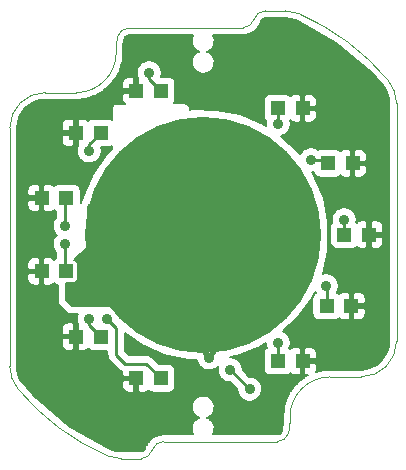
<source format=gbl>
%FSLAX46Y46*%
G04 Gerber Fmt 4.6, Leading zero omitted, Abs format (unit mm)*
G04 Created by KiCad (PCBNEW (2014-jul-16 BZR unknown)-product) date Fri 15 May 2015 05:11:27 PM EDT*
%MOMM*%
G01*
G04 APERTURE LIST*
%ADD10C,0.150000*%
%ADD11C,0.010000*%
%ADD12R,1.198880X1.198880*%
%ADD13C,20.000000*%
%ADD14C,0.889000*%
%ADD15C,0.254000*%
%ADD16C,0.203200*%
G04 APERTURE END LIST*
D10*
D11*
X-6279774Y17513859D02*
X3350000Y17513859D01*
X-7241037Y16789496D02*
G75*
G02X-6279774Y17513859I961263J-275638D01*
G74*
G01*
X-7356884Y15967105D02*
G75*
G02X-7241219Y16788858I2999998J-3246D01*
G74*
G01*
X-7356886Y15963859D02*
X-7356886Y15434116D01*
X-7356886Y15434116D02*
G75*
G02X-10756886Y12034116I-3400000J0D01*
G74*
G01*
X-10756886Y12034116D02*
X-13373666Y12034116D01*
X-16373661Y9039352D02*
G75*
G02X-13373666Y12034116I2999995J-5236D01*
G74*
G01*
X-16373667Y9034116D02*
X-16373667Y-11131265D01*
X-15681866Y-13047567D02*
G75*
G02X-16373667Y-11131265I2308197J1916302D01*
G74*
G01*
X-8143775Y-18703981D02*
G75*
G02X-15679470Y-13050448I8143775J18703983D01*
G74*
G01*
X-6924282Y-18963859D02*
G75*
G02X-8115544Y-18716248I2203J2999999D01*
G74*
G01*
X-6922082Y-18963860D02*
X-5272889Y-18963860D01*
X-4311626Y-18239497D02*
G75*
G02X-5272889Y-18963860I-961263J275638D01*
G74*
G01*
X-4311262Y-18238222D02*
G75*
G02X-3350000Y-17513859I961262J-275637D01*
G74*
G01*
X6279774Y-17513859D02*
X-3350000Y-17513859D01*
X7241037Y-16789496D02*
G75*
G02X6279774Y-17513859I-961263J275638D01*
G74*
G01*
X7356884Y-15967105D02*
G75*
G02X7241219Y-16788858I-2999998J3246D01*
G74*
G01*
X7356886Y-15963859D02*
X7356886Y-15434116D01*
X7356886Y-15434116D02*
G75*
G02X10756886Y-12034116I3400000J0D01*
G74*
G01*
X10756886Y-12034116D02*
X13373666Y-12034116D01*
X16373661Y-9039352D02*
G75*
G02X13373666Y-12034116I-2999995J5236D01*
G74*
G01*
X16373667Y-9034116D02*
X16373667Y11131265D01*
X15681866Y13047567D02*
G75*
G02X16373667Y11131265I-2308197J-1916302D01*
G74*
G01*
X8143775Y18703981D02*
G75*
G02X15679470Y13050448I-8143775J-18703983D01*
G74*
G01*
X6924282Y18963859D02*
G75*
G02X8115544Y18716248I-2203J-2999999D01*
G74*
G01*
X6922082Y18963860D02*
X5272889Y18963860D01*
X4311626Y18239497D02*
G75*
G02X5272889Y18963860I961263J-275638D01*
G74*
G01*
X4311262Y18238222D02*
G75*
G02X3350000Y17513859I-961262J275637D01*
G74*
G01*
D12*
X6330980Y-10700000D03*
X8429020Y-10700000D03*
X10460980Y-6040000D03*
X12559020Y-6040000D03*
X11950980Y0D03*
X14049020Y0D03*
X10560980Y6040000D03*
X12659020Y6040000D03*
X6330980Y10700000D03*
X8429020Y10700000D03*
X-3560980Y12160000D03*
X-5659020Y12160000D03*
X-8680980Y8620000D03*
X-10779020Y8620000D03*
X-11570980Y3110000D03*
X-13669020Y3110000D03*
X-11570980Y-3110000D03*
X-13669020Y-3110000D03*
X-8680980Y-8620000D03*
X-10779020Y-8620000D03*
X-3560980Y-12160000D03*
X-5659020Y-12160000D03*
D13*
X0Y0D03*
D14*
X2286000Y-11430000D03*
X3937000Y-13081000D03*
X1300000Y9400000D03*
X-9398000Y2286000D03*
X-10922000Y-4826000D03*
X-2286000Y-9144000D03*
X508000Y-10414000D03*
X6858000Y6096000D03*
X-1270000Y-1270000D03*
X-1270000Y1270000D03*
X1270000Y-1270000D03*
X0Y0D03*
X1270000Y1270000D03*
X13970000Y-4064000D03*
X3810000Y12700000D03*
X5715000Y-14732000D03*
X-13462000Y-11938000D03*
X0Y11430000D03*
X-762000Y-11049000D03*
X6350000Y-9144000D03*
X10414000Y-4318000D03*
X11938000Y1270000D03*
X9144000Y6350000D03*
X6350000Y9398000D03*
X-4572000Y13716000D03*
X-9652000Y7112000D03*
X-11684000Y762000D03*
X-11684000Y-762000D03*
X-9652000Y-7112000D03*
X-8128000Y-7112000D03*
D15*
X3937000Y-13081000D02*
X2286000Y-11430000D01*
X1300000Y9400000D02*
X0Y8100000D01*
X0Y8100000D02*
X0Y0D01*
X508000Y-10414000D02*
X508000Y-10392000D01*
X900000Y-10000000D02*
X900000Y-900000D01*
X508000Y-10392000D02*
X900000Y-10000000D01*
X900000Y-900000D02*
X0Y0D01*
X508000Y-10414000D02*
X508000Y-10192000D01*
X700000Y-10000000D02*
X700000Y-700000D01*
X508000Y-10192000D02*
X700000Y-10000000D01*
X700000Y-700000D02*
X0Y0D01*
X508000Y-10414000D02*
X508000Y-10208000D01*
X508000Y-10208000D02*
X0Y-9700000D01*
X0Y-9700000D02*
X0Y0D01*
X-9398000Y2286000D02*
X-7112000Y0D01*
X-7112000Y0D02*
X0Y0D01*
X-10922000Y-4826000D02*
X-6096000Y0D01*
X-6096000Y0D02*
X0Y0D01*
X-2286000Y-9144000D02*
X0Y-6858000D01*
X0Y-6858000D02*
X0Y0D01*
X508000Y-10414000D02*
X0Y-9906000D01*
X0Y-9906000D02*
X0Y0D01*
X6858000Y6096000D02*
X762000Y0D01*
X762000Y0D02*
X0Y0D01*
X-1270000Y-1270000D02*
X0Y0D01*
X-1270000Y1270000D02*
X0Y0D01*
X1270000Y-1270000D02*
X0Y0D01*
X1270000Y1270000D02*
X0Y0D01*
X-762000Y-11049000D02*
X-774000Y-11061000D01*
X6330980Y-9163020D02*
X6350000Y-9144000D01*
X6330980Y-10700000D02*
X6330980Y-9163020D01*
X10414000Y-4318000D02*
X10460980Y-4364980D01*
X10460980Y-4364980D02*
X10460980Y-6040000D01*
X11938000Y12980D02*
X11938000Y1270000D01*
X11950980Y0D02*
X11938000Y12980D01*
X10250980Y6350000D02*
X10560980Y6040000D01*
X9144000Y6350000D02*
X10250980Y6350000D01*
X6350000Y10680980D02*
X6350000Y9398000D01*
X6330980Y10700000D02*
X6350000Y10680980D01*
X-4572000Y13716000D02*
X-4572000Y13171020D01*
X-4572000Y13171020D02*
X-3560980Y12160000D01*
X-9652000Y7648980D02*
X-9652000Y7112000D01*
X-8680980Y8620000D02*
X-9652000Y7648980D01*
X-11684000Y762000D02*
X-11684000Y3048000D01*
X-11684000Y3048000D02*
X-11570980Y3110000D01*
X-11684000Y-762000D02*
X-11684000Y-3048000D01*
X-11684000Y-3048000D02*
X-11570980Y-3110000D01*
X-9652000Y-7648980D02*
X-8680980Y-8620000D01*
X-9652000Y-7112000D02*
X-9652000Y-7648980D01*
X-8128000Y-7112000D02*
X-7366000Y-7874000D01*
X-7366000Y-7874000D02*
X-7366000Y-10160000D01*
X-7366000Y-10160000D02*
X-6604000Y-10922000D01*
X-6604000Y-10922000D02*
X-4798980Y-10922000D01*
X-4798980Y-10922000D02*
X-3560980Y-12160000D01*
D16*
G36*
X15759067Y-9008697D02*
X15709934Y-9500949D01*
X15574765Y-9945841D01*
X15355757Y-10356005D01*
X15258060Y-10475367D01*
X15258060Y-659481D01*
X15258060Y-539400D01*
X15258060Y-304800D01*
X15258060Y304800D01*
X15258060Y539400D01*
X15258060Y659481D01*
X15234633Y777254D01*
X15188680Y888194D01*
X15121967Y988038D01*
X15037057Y1072947D01*
X14937214Y1139661D01*
X14826273Y1185613D01*
X14708500Y1209040D01*
X14353820Y1209040D01*
X14201420Y1056640D01*
X14201420Y152400D01*
X15105660Y152400D01*
X15258060Y304800D01*
X15258060Y-304800D01*
X15105660Y-152400D01*
X14201420Y-152400D01*
X14201420Y-1056640D01*
X14353820Y-1209040D01*
X14708500Y-1209040D01*
X14826273Y-1185613D01*
X14937214Y-1139661D01*
X15037057Y-1072947D01*
X15121967Y-988038D01*
X15188680Y-888194D01*
X15234633Y-777254D01*
X15258060Y-659481D01*
X15258060Y-10475367D01*
X15061251Y-10715821D01*
X14702468Y-11011580D01*
X14293066Y-11232019D01*
X13896620Y-11353982D01*
X13896620Y-1056640D01*
X13896620Y-152400D01*
X13876620Y-152400D01*
X13876620Y152400D01*
X13896620Y152400D01*
X13896620Y1056640D01*
X13868060Y1085200D01*
X13868060Y5380519D01*
X13868060Y5500600D01*
X13868060Y5735200D01*
X13868060Y6344800D01*
X13868060Y6579400D01*
X13868060Y6699481D01*
X13844633Y6817254D01*
X13798680Y6928194D01*
X13731967Y7028038D01*
X13647057Y7112947D01*
X13547214Y7179661D01*
X13436273Y7225613D01*
X13318500Y7249040D01*
X12963820Y7249040D01*
X12811420Y7096640D01*
X12811420Y6192400D01*
X13715660Y6192400D01*
X13868060Y6344800D01*
X13868060Y5735200D01*
X13715660Y5887600D01*
X12811420Y5887600D01*
X12811420Y4983360D01*
X12963820Y4830960D01*
X13318500Y4830960D01*
X13436273Y4854387D01*
X13547214Y4900339D01*
X13647057Y4967053D01*
X13731967Y5051962D01*
X13798680Y5151806D01*
X13844633Y5262746D01*
X13868060Y5380519D01*
X13868060Y1085200D01*
X13744220Y1209040D01*
X13389540Y1209040D01*
X13271767Y1185613D01*
X13160826Y1139661D01*
X13060983Y1072947D01*
X12999999Y1011965D01*
X12967718Y1044247D01*
X12988848Y1137247D01*
X12992145Y1373360D01*
X12951993Y1576142D01*
X12873218Y1767264D01*
X12758821Y1939445D01*
X12613159Y2086128D01*
X12506620Y2157990D01*
X12506620Y4983360D01*
X12506620Y5887600D01*
X12486620Y5887600D01*
X12486620Y6192400D01*
X12506620Y6192400D01*
X12506620Y7096640D01*
X12354220Y7249040D01*
X11999540Y7249040D01*
X11881767Y7225613D01*
X11770826Y7179661D01*
X11670983Y7112947D01*
X11609999Y7051965D01*
X11549018Y7112947D01*
X11449174Y7179660D01*
X11338234Y7225613D01*
X11220461Y7249040D01*
X11100380Y7249040D01*
X9901500Y7249040D01*
X9783727Y7225613D01*
X9751040Y7212075D01*
X9647781Y7281724D01*
X9638060Y7285811D01*
X9638060Y10040519D01*
X9638060Y10160600D01*
X9638060Y10395200D01*
X9638060Y11004800D01*
X9638060Y11239400D01*
X9638060Y11359481D01*
X9614633Y11477254D01*
X9568680Y11588194D01*
X9501967Y11688038D01*
X9417057Y11772947D01*
X9317214Y11839661D01*
X9206273Y11885613D01*
X9088500Y11909040D01*
X8733820Y11909040D01*
X8581420Y11756640D01*
X8581420Y10852400D01*
X9485660Y10852400D01*
X9638060Y11004800D01*
X9638060Y10395200D01*
X9485660Y10547600D01*
X8581420Y10547600D01*
X8581420Y9643360D01*
X8733820Y9490960D01*
X9088500Y9490960D01*
X9206273Y9514387D01*
X9317214Y9560339D01*
X9417057Y9627053D01*
X9501967Y9711962D01*
X9568680Y9811806D01*
X9614633Y9922746D01*
X9638060Y10040519D01*
X9638060Y7285811D01*
X9457214Y7361831D01*
X9254717Y7403398D01*
X9048002Y7404841D01*
X8844944Y7366105D01*
X8653277Y7288667D01*
X8480301Y7175475D01*
X8332606Y7030841D01*
X8215816Y6860273D01*
X8193029Y6807108D01*
X6795536Y8214392D01*
X6570156Y8366413D01*
X6634840Y8377818D01*
X6827569Y8452573D01*
X7002109Y8563339D01*
X7151809Y8705897D01*
X7270969Y8874817D01*
X7355049Y9063665D01*
X7400848Y9265247D01*
X7404145Y9501360D01*
X7369300Y9677337D01*
X7380000Y9688036D01*
X7440983Y9627053D01*
X7540826Y9560339D01*
X7651767Y9514387D01*
X7769540Y9490960D01*
X8124220Y9490960D01*
X8276620Y9643360D01*
X8276620Y10547600D01*
X8256620Y10547600D01*
X8256620Y10852400D01*
X8276620Y10852400D01*
X8276620Y11756640D01*
X8124220Y11909040D01*
X7769540Y11909040D01*
X7651767Y11885613D01*
X7540826Y11839661D01*
X7440983Y11772947D01*
X7379999Y11711965D01*
X7319018Y11772947D01*
X7219174Y11839660D01*
X7108234Y11885613D01*
X6990461Y11909040D01*
X6870380Y11909040D01*
X5671500Y11909040D01*
X5553727Y11885613D01*
X5442786Y11839661D01*
X5342943Y11772947D01*
X5258033Y11688038D01*
X5191320Y11588194D01*
X5145367Y11477254D01*
X5121940Y11359481D01*
X5121940Y11239400D01*
X5121940Y10040520D01*
X5145367Y9922747D01*
X5191319Y9811806D01*
X5258033Y9711963D01*
X5324839Y9645156D01*
X5297401Y9516068D01*
X5294515Y9309368D01*
X5311801Y9215184D01*
X5070599Y9377876D01*
X3152524Y10184161D01*
X1114371Y10602533D01*
X-966228Y10617059D01*
X-1146000Y10582766D01*
X-1146000Y10805210D01*
X-1494790Y11154000D01*
X-2505996Y11154000D01*
X-2488033Y11171962D01*
X-2421320Y11271806D01*
X-2375367Y11382746D01*
X-2351940Y11500519D01*
X-2351940Y11620600D01*
X-2351940Y12819480D01*
X-2375367Y12937253D01*
X-2421319Y13048194D01*
X-2488033Y13148037D01*
X-2572942Y13232947D01*
X-2672786Y13299660D01*
X-2783726Y13345613D01*
X-2901499Y13369040D01*
X-3021580Y13369040D01*
X-3572572Y13369040D01*
X-3566951Y13381665D01*
X-3521152Y13583247D01*
X-3517855Y13819360D01*
X-3558007Y14022142D01*
X-3636782Y14213264D01*
X-3751179Y14385445D01*
X-3896841Y14532128D01*
X-4068219Y14647724D01*
X-4258786Y14727831D01*
X-4461283Y14769398D01*
X-4667998Y14770841D01*
X-4871056Y14732105D01*
X-5062723Y14654667D01*
X-5235699Y14541475D01*
X-5383394Y14396841D01*
X-5500184Y14226273D01*
X-5581620Y14036270D01*
X-5624599Y13834068D01*
X-5627485Y13627368D01*
X-5590168Y13424045D01*
X-5514070Y13231842D01*
X-5505193Y13218068D01*
X-5506620Y13216640D01*
X-5506620Y12312400D01*
X-5486620Y12312400D01*
X-5486620Y12007600D01*
X-5506620Y12007600D01*
X-5506620Y11987600D01*
X-5811420Y11987600D01*
X-5811420Y12007600D01*
X-5811420Y12312400D01*
X-5811420Y13216640D01*
X-5963820Y13369040D01*
X-6318500Y13369040D01*
X-6436273Y13345613D01*
X-6547214Y13299661D01*
X-6647057Y13232947D01*
X-6731967Y13148038D01*
X-6798680Y13048194D01*
X-6844633Y12937254D01*
X-6868060Y12819481D01*
X-6868060Y12699400D01*
X-6868060Y12464800D01*
X-6715660Y12312400D01*
X-5811420Y12312400D01*
X-5811420Y12007600D01*
X-6715660Y12007600D01*
X-6868060Y11855200D01*
X-6868060Y11620600D01*
X-6868060Y11500519D01*
X-6844633Y11382746D01*
X-6798680Y11271806D01*
X-6731967Y11171962D01*
X-6647057Y11087053D01*
X-6602159Y11057052D01*
X-6605210Y11054000D01*
X-7505210Y11054000D01*
X-7754000Y10805210D01*
X-7754000Y9733745D01*
X-7792786Y9759660D01*
X-7903726Y9805613D01*
X-8021499Y9829040D01*
X-8141580Y9829040D01*
X-9340460Y9829040D01*
X-9458233Y9805613D01*
X-9569174Y9759661D01*
X-9669017Y9692947D01*
X-9730000Y9631965D01*
X-9790983Y9692947D01*
X-9890826Y9759661D01*
X-10001767Y9805613D01*
X-10119540Y9829040D01*
X-10474220Y9829040D01*
X-10626620Y9676640D01*
X-10626620Y8772400D01*
X-10606620Y8772400D01*
X-10606620Y8467600D01*
X-10626620Y8467600D01*
X-10626620Y7563360D01*
X-10611791Y7548531D01*
X-10661620Y7432270D01*
X-10704599Y7230068D01*
X-10707485Y7023368D01*
X-10670168Y6820045D01*
X-10594070Y6627842D01*
X-10482088Y6454080D01*
X-10338489Y6305379D01*
X-10168741Y6187401D01*
X-9979311Y6104641D01*
X-9777413Y6060251D01*
X-9570739Y6055922D01*
X-9367160Y6091818D01*
X-9174431Y6166573D01*
X-8999891Y6277339D01*
X-8850191Y6419897D01*
X-8731031Y6588817D01*
X-8646951Y6777665D01*
X-8601152Y6979247D01*
X-8597855Y7215360D01*
X-8636585Y7410960D01*
X-8021500Y7410960D01*
X-7903727Y7434387D01*
X-7792786Y7480339D01*
X-7754000Y7506256D01*
X-7754000Y7256912D01*
X-8166750Y6852717D01*
X-9342249Y5135945D01*
X-10161904Y3223546D01*
X-10219653Y2951859D01*
X-10326184Y2796273D01*
X-10361940Y2712849D01*
X-10361940Y3769480D01*
X-10385367Y3887253D01*
X-10431319Y3998194D01*
X-10498033Y4098037D01*
X-10582942Y4182947D01*
X-10682786Y4249660D01*
X-10793726Y4295613D01*
X-10911499Y4319040D01*
X-10931420Y4319040D01*
X-10931420Y7563360D01*
X-10931420Y8467600D01*
X-10931420Y8772400D01*
X-10931420Y9676640D01*
X-11083820Y9829040D01*
X-11438500Y9829040D01*
X-11556273Y9805613D01*
X-11667214Y9759661D01*
X-11767057Y9692947D01*
X-11851967Y9608038D01*
X-11918680Y9508194D01*
X-11964633Y9397254D01*
X-11988060Y9279481D01*
X-11988060Y9159400D01*
X-11988060Y8924800D01*
X-11835660Y8772400D01*
X-10931420Y8772400D01*
X-10931420Y8467600D01*
X-11835660Y8467600D01*
X-11988060Y8315200D01*
X-11988060Y8080600D01*
X-11988060Y7960519D01*
X-11964633Y7842746D01*
X-11918680Y7731806D01*
X-11851967Y7631962D01*
X-11767057Y7547053D01*
X-11667214Y7480339D01*
X-11556273Y7434387D01*
X-11438500Y7410960D01*
X-11083820Y7410960D01*
X-10931420Y7563360D01*
X-10931420Y4319040D01*
X-11031580Y4319040D01*
X-12230460Y4319040D01*
X-12348233Y4295613D01*
X-12459174Y4249661D01*
X-12559017Y4182947D01*
X-12620000Y4121965D01*
X-12680983Y4182947D01*
X-12780826Y4249661D01*
X-12891767Y4295613D01*
X-13009540Y4319040D01*
X-13364220Y4319040D01*
X-13516620Y4166640D01*
X-13516620Y3262400D01*
X-13496620Y3262400D01*
X-13496620Y2957600D01*
X-13516620Y2957600D01*
X-13516620Y2053360D01*
X-13364220Y1900960D01*
X-13009540Y1900960D01*
X-12891767Y1924387D01*
X-12780826Y1970339D01*
X-12680983Y2037053D01*
X-12620000Y2098036D01*
X-12559018Y2037053D01*
X-12459174Y1970340D01*
X-12420600Y1954363D01*
X-12420600Y1516085D01*
X-12495394Y1442841D01*
X-12612184Y1272273D01*
X-12693620Y1082270D01*
X-12736599Y880068D01*
X-12739485Y673368D01*
X-12702168Y470045D01*
X-12626070Y277842D01*
X-12514088Y104080D01*
X-12413064Y-534D01*
X-12495394Y-81159D01*
X-12612184Y-251727D01*
X-12693620Y-441730D01*
X-12736599Y-643932D01*
X-12739485Y-850632D01*
X-12702168Y-1053955D01*
X-12626070Y-1246158D01*
X-12514088Y-1419920D01*
X-12420600Y-1516729D01*
X-12420600Y-1954361D01*
X-12459174Y-1970339D01*
X-12559017Y-2037053D01*
X-12620000Y-2098035D01*
X-12680983Y-2037053D01*
X-12780826Y-1970339D01*
X-12891767Y-1924387D01*
X-13009540Y-1900960D01*
X-13364220Y-1900960D01*
X-13516620Y-2053360D01*
X-13516620Y-2957600D01*
X-13496620Y-2957600D01*
X-13496620Y-3262400D01*
X-13516620Y-3262400D01*
X-13516620Y-4166640D01*
X-13364220Y-4319040D01*
X-13009540Y-4319040D01*
X-12891767Y-4295613D01*
X-12780826Y-4249661D01*
X-12680983Y-4182947D01*
X-12620000Y-4121964D01*
X-12559018Y-4182947D01*
X-12459174Y-4249660D01*
X-12348234Y-4295613D01*
X-12293600Y-4306480D01*
X-12293600Y-5840505D01*
X-11428505Y-6705600D01*
X-10624705Y-6705600D01*
X-10661620Y-6791730D01*
X-10704599Y-6993932D01*
X-10707485Y-7200632D01*
X-10670168Y-7403955D01*
X-10612605Y-7549344D01*
X-10626620Y-7563360D01*
X-10626620Y-8467600D01*
X-10606620Y-8467600D01*
X-10606620Y-8772400D01*
X-10626620Y-8772400D01*
X-10626620Y-9676640D01*
X-10474220Y-9829040D01*
X-10119540Y-9829040D01*
X-10001767Y-9805613D01*
X-9890826Y-9759661D01*
X-9790983Y-9692947D01*
X-9730000Y-9631964D01*
X-9669018Y-9692947D01*
X-9569174Y-9759660D01*
X-9458234Y-9805613D01*
X-9340461Y-9829040D01*
X-9220380Y-9829040D01*
X-8102600Y-9829040D01*
X-8102600Y-10160000D01*
X-8095965Y-10227677D01*
X-8090031Y-10295499D01*
X-8088950Y-10299220D01*
X-8088572Y-10303073D01*
X-8068912Y-10368192D01*
X-8049923Y-10433549D01*
X-8048141Y-10436987D01*
X-8047021Y-10440696D01*
X-8015078Y-10500773D01*
X-7983765Y-10561181D01*
X-7981349Y-10564208D01*
X-7979530Y-10567628D01*
X-7936517Y-10620368D01*
X-7894077Y-10673531D01*
X-7888763Y-10678920D01*
X-7888670Y-10679034D01*
X-7888565Y-10679120D01*
X-7886855Y-10680855D01*
X-7124855Y-11442855D01*
X-7072284Y-11486038D01*
X-7020155Y-11529779D01*
X-7016761Y-11531645D01*
X-7013767Y-11534104D01*
X-6953789Y-11566264D01*
X-6894178Y-11599035D01*
X-6890488Y-11600205D01*
X-6887072Y-11602037D01*
X-6868060Y-11607849D01*
X-6868060Y-11620600D01*
X-6868060Y-11855200D01*
X-6715660Y-12007600D01*
X-5811420Y-12007600D01*
X-5811420Y-11987600D01*
X-5506620Y-11987600D01*
X-5506620Y-12007600D01*
X-5486620Y-12007600D01*
X-5486620Y-12312400D01*
X-5506620Y-12312400D01*
X-5506620Y-13216640D01*
X-5354220Y-13369040D01*
X-4999540Y-13369040D01*
X-4881767Y-13345613D01*
X-4770826Y-13299661D01*
X-4670983Y-13232947D01*
X-4610000Y-13171964D01*
X-4549018Y-13232947D01*
X-4449174Y-13299660D01*
X-4338234Y-13345613D01*
X-4220461Y-13369040D01*
X-4100380Y-13369040D01*
X-2901500Y-13369040D01*
X-2783727Y-13345613D01*
X-2672786Y-13299661D01*
X-2572943Y-13232947D01*
X-2488033Y-13148038D01*
X-2421320Y-13048194D01*
X-2375367Y-12937254D01*
X-2351940Y-12819481D01*
X-2351940Y-12699400D01*
X-2351940Y-11500520D01*
X-2375367Y-11382747D01*
X-2421319Y-11271806D01*
X-2488033Y-11171963D01*
X-2572942Y-11087053D01*
X-2672786Y-11020340D01*
X-2783726Y-10974387D01*
X-2901499Y-10950960D01*
X-3021580Y-10950960D01*
X-3728310Y-10950960D01*
X-4278125Y-10401145D01*
X-4330693Y-10357965D01*
X-4382825Y-10314221D01*
X-4386221Y-10312354D01*
X-4389212Y-10309897D01*
X-4449193Y-10277735D01*
X-4508802Y-10244965D01*
X-4512491Y-10243794D01*
X-4515907Y-10241963D01*
X-4580999Y-10222062D01*
X-4645832Y-10201496D01*
X-4649682Y-10201064D01*
X-4653385Y-10199932D01*
X-4721100Y-10193053D01*
X-4788695Y-10185472D01*
X-4796261Y-10185419D01*
X-4796409Y-10185404D01*
X-4796547Y-10185417D01*
X-4798980Y-10185400D01*
X-6298890Y-10185400D01*
X-6629400Y-9854890D01*
X-6629400Y-8313429D01*
X-5201040Y-9306166D01*
X-3294410Y-10139152D01*
X-1262297Y-10585941D01*
X-529378Y-10601293D01*
X-510168Y-10705955D01*
X-434070Y-10898158D01*
X-322088Y-11071920D01*
X-178489Y-11220621D01*
X-8741Y-11338599D01*
X180689Y-11421359D01*
X382587Y-11465749D01*
X589261Y-11470078D01*
X792840Y-11434182D01*
X985569Y-11359427D01*
X1160109Y-11248661D01*
X1268862Y-11145095D01*
X1233401Y-11311932D01*
X1230515Y-11518632D01*
X1267832Y-11721955D01*
X1343930Y-11914158D01*
X1455912Y-12087920D01*
X1599511Y-12236621D01*
X1769259Y-12354599D01*
X1958689Y-12437359D01*
X2160587Y-12481749D01*
X2298936Y-12484646D01*
X2882925Y-13068635D01*
X2881515Y-13169632D01*
X2918832Y-13372955D01*
X2994930Y-13565158D01*
X3106912Y-13738920D01*
X3250511Y-13887621D01*
X3420259Y-14005599D01*
X3609689Y-14088359D01*
X3811587Y-14132749D01*
X4018261Y-14137078D01*
X4221840Y-14101182D01*
X4414569Y-14026427D01*
X4589109Y-13915661D01*
X4738809Y-13773103D01*
X4857969Y-13604183D01*
X4942049Y-13415335D01*
X4987848Y-13213753D01*
X4991145Y-12977640D01*
X4950993Y-12774858D01*
X4872218Y-12583736D01*
X4757821Y-12411555D01*
X4612159Y-12264872D01*
X4440781Y-12149276D01*
X4250214Y-12069169D01*
X4047717Y-12027602D01*
X3924451Y-12026741D01*
X3338550Y-11440840D01*
X3340145Y-11326640D01*
X3299993Y-11123858D01*
X3221218Y-10932736D01*
X3106821Y-10760555D01*
X2961159Y-10613872D01*
X2789781Y-10498276D01*
X2599214Y-10418169D01*
X2396717Y-10376602D01*
X2257740Y-10375631D01*
X2866937Y-10268214D01*
X4806776Y-9515799D01*
X5294886Y-9206034D01*
X5294515Y-9232632D01*
X5331832Y-9435955D01*
X5393988Y-9592945D01*
X5342943Y-9627053D01*
X5258033Y-9711962D01*
X5191320Y-9811806D01*
X5145367Y-9922746D01*
X5121940Y-10040519D01*
X5121940Y-10160600D01*
X5121940Y-11359480D01*
X5145367Y-11477253D01*
X5191319Y-11588194D01*
X5258033Y-11688037D01*
X5342942Y-11772947D01*
X5442786Y-11839660D01*
X5553726Y-11885613D01*
X5671499Y-11909040D01*
X5791580Y-11909040D01*
X6990460Y-11909040D01*
X7108233Y-11885613D01*
X7219174Y-11839661D01*
X7319017Y-11772947D01*
X7380000Y-11711964D01*
X7440983Y-11772947D01*
X7540826Y-11839661D01*
X7651767Y-11885613D01*
X7769540Y-11909040D01*
X8124220Y-11909040D01*
X8276620Y-11756640D01*
X8276620Y-10852400D01*
X8256620Y-10852400D01*
X8256620Y-10547600D01*
X8276620Y-10547600D01*
X8276620Y-9643360D01*
X8124220Y-9490960D01*
X7769540Y-9490960D01*
X7651767Y-9514387D01*
X7540826Y-9560339D01*
X7440983Y-9627053D01*
X7379999Y-9688035D01*
X7319018Y-9627053D01*
X7295756Y-9611510D01*
X7355049Y-9478335D01*
X7400848Y-9276753D01*
X7404145Y-9040640D01*
X7363993Y-8837858D01*
X7285218Y-8646736D01*
X7170821Y-8474555D01*
X7025159Y-8327872D01*
X6853781Y-8212276D01*
X6789853Y-8185403D01*
X8070275Y-6966075D01*
X9269629Y-5265882D01*
X9474391Y-4805977D01*
X9546515Y-4917892D01*
X9472943Y-4967053D01*
X9388033Y-5051962D01*
X9321320Y-5151806D01*
X9275367Y-5262746D01*
X9251940Y-5380519D01*
X9251940Y-5500600D01*
X9251940Y-6699480D01*
X9275367Y-6817253D01*
X9321319Y-6928194D01*
X9388033Y-7028037D01*
X9472942Y-7112947D01*
X9572786Y-7179660D01*
X9683726Y-7225613D01*
X9801499Y-7249040D01*
X9921580Y-7249040D01*
X11120460Y-7249040D01*
X11238233Y-7225613D01*
X11349174Y-7179661D01*
X11449017Y-7112947D01*
X11510000Y-7051964D01*
X11570983Y-7112947D01*
X11670826Y-7179661D01*
X11781767Y-7225613D01*
X11899540Y-7249040D01*
X12254220Y-7249040D01*
X12406620Y-7096640D01*
X12406620Y-6192400D01*
X12386620Y-6192400D01*
X12386620Y-5887600D01*
X12406620Y-5887600D01*
X12406620Y-4983360D01*
X12254220Y-4830960D01*
X11899540Y-4830960D01*
X11781767Y-4854387D01*
X11670826Y-4900339D01*
X11570983Y-4967053D01*
X11509999Y-5028035D01*
X11449018Y-4967053D01*
X11349174Y-4900340D01*
X11305886Y-4882409D01*
X11334969Y-4841183D01*
X11419049Y-4652335D01*
X11464848Y-4450753D01*
X11468145Y-4214640D01*
X11427993Y-4011858D01*
X11349218Y-3820736D01*
X11234821Y-3648555D01*
X11089159Y-3501872D01*
X10917781Y-3386276D01*
X10727214Y-3306169D01*
X10524717Y-3264602D01*
X10318002Y-3263159D01*
X10130962Y-3298839D01*
X10576870Y-1336169D01*
X10610055Y1040325D01*
X10205921Y3081349D01*
X9413047Y5005006D01*
X9221032Y5294011D01*
X9225261Y5293922D01*
X9364289Y5318437D01*
X9375367Y5262747D01*
X9421319Y5151806D01*
X9488033Y5051963D01*
X9572942Y4967053D01*
X9672786Y4900340D01*
X9783726Y4854387D01*
X9901499Y4830960D01*
X10021580Y4830960D01*
X11220460Y4830960D01*
X11338233Y4854387D01*
X11449174Y4900339D01*
X11549017Y4967053D01*
X11610000Y5028036D01*
X11670983Y4967053D01*
X11770826Y4900339D01*
X11881767Y4854387D01*
X11999540Y4830960D01*
X12354220Y4830960D01*
X12506620Y4983360D01*
X12506620Y2157990D01*
X12441781Y2201724D01*
X12251214Y2281831D01*
X12048717Y2323398D01*
X11842002Y2324841D01*
X11638944Y2286105D01*
X11447277Y2208667D01*
X11274301Y2095475D01*
X11126606Y1950841D01*
X11009816Y1780273D01*
X10928380Y1590270D01*
X10885401Y1388068D01*
X10882515Y1181368D01*
X10911800Y1021806D01*
X10878033Y988038D01*
X10811320Y888194D01*
X10765367Y777254D01*
X10741940Y659481D01*
X10741940Y539400D01*
X10741940Y-659480D01*
X10765367Y-777253D01*
X10811319Y-888194D01*
X10878033Y-988037D01*
X10962942Y-1072947D01*
X11062786Y-1139660D01*
X11173726Y-1185613D01*
X11291499Y-1209040D01*
X11411580Y-1209040D01*
X12610460Y-1209040D01*
X12728233Y-1185613D01*
X12839174Y-1139661D01*
X12939017Y-1072947D01*
X13000000Y-1011964D01*
X13060983Y-1072947D01*
X13160826Y-1139661D01*
X13271767Y-1185613D01*
X13389540Y-1209040D01*
X13744220Y-1209040D01*
X13896620Y-1056640D01*
X13896620Y-11353982D01*
X13848651Y-11368740D01*
X13768060Y-11377068D01*
X13768060Y-6699481D01*
X13768060Y-6579400D01*
X13768060Y-6344800D01*
X13768060Y-5735200D01*
X13768060Y-5500600D01*
X13768060Y-5380519D01*
X13744633Y-5262746D01*
X13698680Y-5151806D01*
X13631967Y-5051962D01*
X13547057Y-4967053D01*
X13447214Y-4900339D01*
X13336273Y-4854387D01*
X13218500Y-4830960D01*
X12863820Y-4830960D01*
X12711420Y-4983360D01*
X12711420Y-5887600D01*
X13615660Y-5887600D01*
X13768060Y-5735200D01*
X13768060Y-6344800D01*
X13615660Y-6192400D01*
X12711420Y-6192400D01*
X12711420Y-7096640D01*
X12863820Y-7249040D01*
X13218500Y-7249040D01*
X13336273Y-7225613D01*
X13447214Y-7179661D01*
X13547057Y-7112947D01*
X13631967Y-7028038D01*
X13698680Y-6928194D01*
X13744633Y-6817254D01*
X13768060Y-6699481D01*
X13768060Y-11377068D01*
X13357300Y-11419516D01*
X10756886Y-11419516D01*
X10756772Y-11419527D01*
X10754737Y-11419520D01*
X10731001Y-11419603D01*
X10704292Y-11422316D01*
X10677447Y-11422129D01*
X10668907Y-11422966D01*
X10008978Y-11492327D01*
X9954424Y-11503525D01*
X9899694Y-11513966D01*
X9891479Y-11516446D01*
X9544945Y-11623716D01*
X9568680Y-11588194D01*
X9614633Y-11477254D01*
X9638060Y-11359481D01*
X9638060Y-11239400D01*
X9638060Y-11004800D01*
X9638060Y-10395200D01*
X9638060Y-10160600D01*
X9638060Y-10040519D01*
X9614633Y-9922746D01*
X9568680Y-9811806D01*
X9501967Y-9711962D01*
X9417057Y-9627053D01*
X9317214Y-9560339D01*
X9206273Y-9514387D01*
X9088500Y-9490960D01*
X8733820Y-9490960D01*
X8581420Y-9643360D01*
X8581420Y-10547600D01*
X9485660Y-10547600D01*
X9638060Y-10395200D01*
X9638060Y-11004800D01*
X9485660Y-10852400D01*
X8581420Y-10852400D01*
X8581420Y-11756640D01*
X8733820Y-11909040D01*
X8869796Y-11909040D01*
X8563311Y-12074756D01*
X8517136Y-12105901D01*
X8470519Y-12136407D01*
X8463871Y-12141829D01*
X8463870Y-12141830D01*
X8463869Y-12141830D01*
X8463869Y-12141831D01*
X7952584Y-12564803D01*
X7913338Y-12604323D01*
X7873534Y-12643303D01*
X7868064Y-12649915D01*
X7448673Y-13164140D01*
X7417852Y-13210527D01*
X7386376Y-13256499D01*
X7382296Y-13264044D01*
X7382294Y-13264048D01*
X7382292Y-13264051D01*
X7070770Y-13849939D01*
X7049544Y-13901435D01*
X7027598Y-13952641D01*
X7025060Y-13960838D01*
X6833269Y-14596080D01*
X6822451Y-14650712D01*
X6810868Y-14705211D01*
X6809971Y-14713742D01*
X6809971Y-14713744D01*
X6809971Y-14713745D01*
X6745219Y-15374142D01*
X6745219Y-15399920D01*
X6742346Y-15425535D01*
X6742286Y-15434116D01*
X6742286Y-15936696D01*
X6691730Y-16446615D01*
X6653869Y-16602968D01*
X6619936Y-16688675D01*
X6579501Y-16751417D01*
X6527650Y-16805111D01*
X6466359Y-16847709D01*
X6397957Y-16877593D01*
X6313441Y-16896175D01*
X6261540Y-16899259D01*
X828313Y-16899259D01*
X842773Y-16878762D01*
X919714Y-16705948D01*
X961624Y-16521481D01*
X964641Y-16305416D01*
X927898Y-16119851D01*
X855812Y-15944957D01*
X751128Y-15787395D01*
X617834Y-15653167D01*
X461007Y-15547386D01*
X347753Y-15499778D01*
X437021Y-15465154D01*
X596740Y-15363793D01*
X733730Y-15233339D01*
X842773Y-15078762D01*
X919714Y-14905948D01*
X961624Y-14721481D01*
X964641Y-14505416D01*
X927898Y-14319851D01*
X855812Y-14144957D01*
X751128Y-13987395D01*
X617834Y-13853167D01*
X461007Y-13747386D01*
X286620Y-13674080D01*
X101316Y-13636043D01*
X-87847Y-13634722D01*
X-273664Y-13670169D01*
X-449058Y-13741032D01*
X-607346Y-13844613D01*
X-742502Y-13976967D01*
X-849375Y-14133052D01*
X-923896Y-14306923D01*
X-963226Y-14491957D01*
X-965868Y-14681106D01*
X-931719Y-14867166D01*
X-862082Y-15043050D01*
X-759608Y-15202058D01*
X-628201Y-15338134D01*
X-472866Y-15446095D01*
X-348530Y-15500416D01*
X-449058Y-15541032D01*
X-607346Y-15644613D01*
X-742502Y-15776967D01*
X-849375Y-15933052D01*
X-923896Y-16106923D01*
X-963226Y-16291957D01*
X-965868Y-16481106D01*
X-931719Y-16667166D01*
X-862082Y-16843050D01*
X-825858Y-16899259D01*
X-3350000Y-16899259D01*
X-3363917Y-16900623D01*
X-3377877Y-16899892D01*
X-3386447Y-16900341D01*
X-3504851Y-16907375D01*
X-3548260Y-16914249D01*
X-3591986Y-16918846D01*
X-3600380Y-16920630D01*
X-3790993Y-16962539D01*
X-3843986Y-16979757D01*
X-3897186Y-16996226D01*
X-3905070Y-16999604D01*
X-3905071Y-16999605D01*
X-3905073Y-16999605D01*
X-3905073Y-16999606D01*
X-4083916Y-17077741D01*
X-4132510Y-17104898D01*
X-4181541Y-17131411D01*
X-4188621Y-17136259D01*
X-4348881Y-17247643D01*
X-4391279Y-17283725D01*
X-4434221Y-17319251D01*
X-4440225Y-17325382D01*
X-4440227Y-17325383D01*
X-4440227Y-17325384D01*
X-4440228Y-17325384D01*
X-4575799Y-17465772D01*
X-4610421Y-17509453D01*
X-4645607Y-17552597D01*
X-4650304Y-17559772D01*
X-4650305Y-17559775D01*
X-4650307Y-17559777D01*
X-4756029Y-17723827D01*
X-4781480Y-17773348D01*
X-4807644Y-17822557D01*
X-4810858Y-17830513D01*
X-4882703Y-18011974D01*
X-4883073Y-18013263D01*
X-4932727Y-18138676D01*
X-4973162Y-18201418D01*
X-5025013Y-18255112D01*
X-5086304Y-18297710D01*
X-5154706Y-18327594D01*
X-5239222Y-18346176D01*
X-5291123Y-18349260D01*
X-5811420Y-18349260D01*
X-5811420Y-13216640D01*
X-5811420Y-12312400D01*
X-6715660Y-12312400D01*
X-6868060Y-12464800D01*
X-6868060Y-12699400D01*
X-6868060Y-12819481D01*
X-6844633Y-12937254D01*
X-6798680Y-13048194D01*
X-6731967Y-13148038D01*
X-6647057Y-13232947D01*
X-6547214Y-13299661D01*
X-6436273Y-13345613D01*
X-6318500Y-13369040D01*
X-5963820Y-13369040D01*
X-5811420Y-13216640D01*
X-5811420Y-18349260D01*
X-6893984Y-18349260D01*
X-7386552Y-18300598D01*
X-7857914Y-18157908D01*
X-7871241Y-18152266D01*
X-10931420Y-16447000D01*
X-10931420Y-9676640D01*
X-10931420Y-8772400D01*
X-10931420Y-8467600D01*
X-10931420Y-7563360D01*
X-11083820Y-7410960D01*
X-11438500Y-7410960D01*
X-11556273Y-7434387D01*
X-11667214Y-7480339D01*
X-11767057Y-7547053D01*
X-11851967Y-7631962D01*
X-11918680Y-7731806D01*
X-11964633Y-7842746D01*
X-11988060Y-7960519D01*
X-11988060Y-8080600D01*
X-11988060Y-8315200D01*
X-11835660Y-8467600D01*
X-10931420Y-8467600D01*
X-10931420Y-8772400D01*
X-11835660Y-8772400D01*
X-11988060Y-8924800D01*
X-11988060Y-9159400D01*
X-11988060Y-9279481D01*
X-11964633Y-9397254D01*
X-11918680Y-9508194D01*
X-11851967Y-9608038D01*
X-11767057Y-9692947D01*
X-11667214Y-9759661D01*
X-11556273Y-9805613D01*
X-11438500Y-9829040D01*
X-11083820Y-9829040D01*
X-10931420Y-9676640D01*
X-10931420Y-16447000D01*
X-11269826Y-16258426D01*
X-13821420Y-14092335D01*
X-13821420Y-4166640D01*
X-13821420Y-3262400D01*
X-13821420Y-2957600D01*
X-13821420Y-2053360D01*
X-13821420Y2053360D01*
X-13821420Y2957600D01*
X-13821420Y3262400D01*
X-13821420Y4166640D01*
X-13973820Y4319040D01*
X-14328500Y4319040D01*
X-14446273Y4295613D01*
X-14557214Y4249661D01*
X-14657057Y4182947D01*
X-14741967Y4098038D01*
X-14808680Y3998194D01*
X-14854633Y3887254D01*
X-14878060Y3769481D01*
X-14878060Y3649400D01*
X-14878060Y3414800D01*
X-14725660Y3262400D01*
X-13821420Y3262400D01*
X-13821420Y2957600D01*
X-14725660Y2957600D01*
X-14878060Y2805200D01*
X-14878060Y2570600D01*
X-14878060Y2450519D01*
X-14854633Y2332746D01*
X-14808680Y2221806D01*
X-14741967Y2121962D01*
X-14657057Y2037053D01*
X-14557214Y1970339D01*
X-14446273Y1924387D01*
X-14328500Y1900960D01*
X-13973820Y1900960D01*
X-13821420Y2053360D01*
X-13821420Y-2053360D01*
X-13973820Y-1900960D01*
X-14328500Y-1900960D01*
X-14446273Y-1924387D01*
X-14557214Y-1970339D01*
X-14657057Y-2037053D01*
X-14741967Y-2121962D01*
X-14808680Y-2221806D01*
X-14854633Y-2332746D01*
X-14878060Y-2450519D01*
X-14878060Y-2570600D01*
X-14878060Y-2805200D01*
X-14725660Y-2957600D01*
X-13821420Y-2957600D01*
X-13821420Y-3262400D01*
X-14725660Y-3262400D01*
X-14878060Y-3414800D01*
X-14878060Y-3649400D01*
X-14878060Y-3769481D01*
X-14854633Y-3887254D01*
X-14808680Y-3998194D01*
X-14741967Y-4098038D01*
X-14657057Y-4182947D01*
X-14557214Y-4249661D01*
X-14446273Y-4295613D01*
X-14328500Y-4319040D01*
X-13973820Y-4319040D01*
X-13821420Y-4166640D01*
X-13821420Y-14092335D01*
X-14227343Y-13747741D01*
X-15195911Y-12669071D01*
X-15467405Y-12268075D01*
X-15648340Y-11839746D01*
X-15745426Y-11370937D01*
X-15759067Y-11114910D01*
X-15759067Y9008698D01*
X-15709935Y9500949D01*
X-15574764Y9945843D01*
X-15355758Y10356007D01*
X-15061252Y10715822D01*
X-14702469Y11011581D01*
X-14293066Y11232021D01*
X-13848651Y11368741D01*
X-13357301Y11419516D01*
X-10756886Y11419516D01*
X-10756773Y11419528D01*
X-10754737Y11419520D01*
X-10731001Y11419603D01*
X-10704293Y11422317D01*
X-10677447Y11422129D01*
X-10668907Y11422966D01*
X-10008978Y11492327D01*
X-9954425Y11503526D01*
X-9899694Y11513966D01*
X-9891480Y11516446D01*
X-9891479Y11516446D01*
X-9257591Y11712667D01*
X-9206283Y11734236D01*
X-9154591Y11755120D01*
X-9147015Y11759149D01*
X-9147014Y11759149D01*
X-8563311Y12074756D01*
X-8517121Y12105912D01*
X-8470519Y12136407D01*
X-8463877Y12141826D01*
X-8463869Y12141830D01*
X-8463869Y12141831D01*
X-8463864Y12141836D01*
X-7952584Y12564802D01*
X-7913320Y12604343D01*
X-7873534Y12643303D01*
X-7868065Y12649914D01*
X-7868064Y12649915D01*
X-7448673Y13164140D01*
X-7417869Y13210505D01*
X-7386376Y13256499D01*
X-7382295Y13264047D01*
X-7382295Y13264048D01*
X-7070770Y13849939D01*
X-7049550Y13901424D01*
X-7027598Y13952641D01*
X-7025061Y13960837D01*
X-7025060Y13960838D01*
X-6833270Y14596080D01*
X-6822460Y14650677D01*
X-6810868Y14705211D01*
X-6809972Y14713743D01*
X-6809971Y14713744D01*
X-6809971Y14713745D01*
X-6745219Y15374142D01*
X-6745219Y15399921D01*
X-6742346Y15425535D01*
X-6742286Y15434116D01*
X-6742286Y15936688D01*
X-6691731Y16446615D01*
X-6653870Y16602969D01*
X-6619937Y16688676D01*
X-6579500Y16751420D01*
X-6527651Y16805112D01*
X-6466359Y16847710D01*
X-6397960Y16877594D01*
X-6313441Y16896176D01*
X-6261541Y16899259D01*
X-827252Y16899259D01*
X-849375Y16866948D01*
X-923896Y16693077D01*
X-963226Y16508043D01*
X-965868Y16318894D01*
X-931719Y16132834D01*
X-862082Y15956950D01*
X-759608Y15797942D01*
X-628201Y15661866D01*
X-472866Y15553905D01*
X-348530Y15499584D01*
X-449058Y15458968D01*
X-607346Y15355387D01*
X-742502Y15223033D01*
X-849375Y15066948D01*
X-923896Y14893077D01*
X-963226Y14708043D01*
X-965868Y14518894D01*
X-931719Y14332834D01*
X-862082Y14156950D01*
X-759608Y13997942D01*
X-628201Y13861866D01*
X-472866Y13753905D01*
X-299520Y13678172D01*
X-114765Y13637551D01*
X74361Y13633590D01*
X260655Y13666438D01*
X437021Y13734846D01*
X596740Y13836207D01*
X733730Y13966661D01*
X842773Y14121238D01*
X919714Y14294052D01*
X961624Y14478519D01*
X964641Y14694584D01*
X927898Y14880149D01*
X855812Y15055043D01*
X751128Y15212605D01*
X617834Y15346833D01*
X461007Y15452614D01*
X347753Y15500222D01*
X437021Y15534846D01*
X596740Y15636207D01*
X733730Y15766661D01*
X842773Y15921238D01*
X919714Y16094052D01*
X961624Y16278519D01*
X964641Y16494584D01*
X927898Y16680149D01*
X855812Y16855043D01*
X826434Y16899259D01*
X3350000Y16899259D01*
X3363917Y16900624D01*
X3377878Y16899892D01*
X3386447Y16900341D01*
X3504851Y16907375D01*
X3548258Y16914250D01*
X3591987Y16918846D01*
X3600380Y16920630D01*
X3790994Y16962539D01*
X3844017Y16979768D01*
X3897185Y16996226D01*
X3905069Y16999605D01*
X3905071Y16999605D01*
X3905072Y16999606D01*
X3905073Y16999606D01*
X4083915Y17077741D01*
X4132518Y17104905D01*
X4181541Y17131411D01*
X4188621Y17136259D01*
X4348882Y17247643D01*
X4391297Y17283743D01*
X4434221Y17319251D01*
X4440225Y17325382D01*
X4440227Y17325385D01*
X4575799Y17465773D01*
X4610405Y17509435D01*
X4645607Y17552597D01*
X4650303Y17559773D01*
X4650305Y17559775D01*
X4650306Y17559777D01*
X4650306Y17559778D01*
X4756029Y17723827D01*
X4781479Y17773349D01*
X4807644Y17822557D01*
X4810857Y17830511D01*
X4810858Y17830513D01*
X4882703Y18011974D01*
X4883072Y18013264D01*
X4932726Y18138677D01*
X4973163Y18201421D01*
X5025012Y18255113D01*
X5086304Y18297711D01*
X5154703Y18327595D01*
X5239222Y18346177D01*
X5291122Y18349260D01*
X6893982Y18349260D01*
X7386551Y18300599D01*
X7857913Y18157909D01*
X7871240Y18152267D01*
X11269827Y16258426D01*
X14227342Y13747742D01*
X15195913Y12669068D01*
X15467407Y12268073D01*
X15648339Y11839747D01*
X15745425Y11370938D01*
X15759067Y11114911D01*
X15759067Y-9008697D01*
X15759067Y-9008697D01*
G37*
X15759067Y-9008697D02*
X15709934Y-9500949D01*
X15574765Y-9945841D01*
X15355757Y-10356005D01*
X15258060Y-10475367D01*
X15258060Y-659481D01*
X15258060Y-539400D01*
X15258060Y-304800D01*
X15258060Y304800D01*
X15258060Y539400D01*
X15258060Y659481D01*
X15234633Y777254D01*
X15188680Y888194D01*
X15121967Y988038D01*
X15037057Y1072947D01*
X14937214Y1139661D01*
X14826273Y1185613D01*
X14708500Y1209040D01*
X14353820Y1209040D01*
X14201420Y1056640D01*
X14201420Y152400D01*
X15105660Y152400D01*
X15258060Y304800D01*
X15258060Y-304800D01*
X15105660Y-152400D01*
X14201420Y-152400D01*
X14201420Y-1056640D01*
X14353820Y-1209040D01*
X14708500Y-1209040D01*
X14826273Y-1185613D01*
X14937214Y-1139661D01*
X15037057Y-1072947D01*
X15121967Y-988038D01*
X15188680Y-888194D01*
X15234633Y-777254D01*
X15258060Y-659481D01*
X15258060Y-10475367D01*
X15061251Y-10715821D01*
X14702468Y-11011580D01*
X14293066Y-11232019D01*
X13896620Y-11353982D01*
X13896620Y-1056640D01*
X13896620Y-152400D01*
X13876620Y-152400D01*
X13876620Y152400D01*
X13896620Y152400D01*
X13896620Y1056640D01*
X13868060Y1085200D01*
X13868060Y5380519D01*
X13868060Y5500600D01*
X13868060Y5735200D01*
X13868060Y6344800D01*
X13868060Y6579400D01*
X13868060Y6699481D01*
X13844633Y6817254D01*
X13798680Y6928194D01*
X13731967Y7028038D01*
X13647057Y7112947D01*
X13547214Y7179661D01*
X13436273Y7225613D01*
X13318500Y7249040D01*
X12963820Y7249040D01*
X12811420Y7096640D01*
X12811420Y6192400D01*
X13715660Y6192400D01*
X13868060Y6344800D01*
X13868060Y5735200D01*
X13715660Y5887600D01*
X12811420Y5887600D01*
X12811420Y4983360D01*
X12963820Y4830960D01*
X13318500Y4830960D01*
X13436273Y4854387D01*
X13547214Y4900339D01*
X13647057Y4967053D01*
X13731967Y5051962D01*
X13798680Y5151806D01*
X13844633Y5262746D01*
X13868060Y5380519D01*
X13868060Y1085200D01*
X13744220Y1209040D01*
X13389540Y1209040D01*
X13271767Y1185613D01*
X13160826Y1139661D01*
X13060983Y1072947D01*
X12999999Y1011965D01*
X12967718Y1044247D01*
X12988848Y1137247D01*
X12992145Y1373360D01*
X12951993Y1576142D01*
X12873218Y1767264D01*
X12758821Y1939445D01*
X12613159Y2086128D01*
X12506620Y2157990D01*
X12506620Y4983360D01*
X12506620Y5887600D01*
X12486620Y5887600D01*
X12486620Y6192400D01*
X12506620Y6192400D01*
X12506620Y7096640D01*
X12354220Y7249040D01*
X11999540Y7249040D01*
X11881767Y7225613D01*
X11770826Y7179661D01*
X11670983Y7112947D01*
X11609999Y7051965D01*
X11549018Y7112947D01*
X11449174Y7179660D01*
X11338234Y7225613D01*
X11220461Y7249040D01*
X11100380Y7249040D01*
X9901500Y7249040D01*
X9783727Y7225613D01*
X9751040Y7212075D01*
X9647781Y7281724D01*
X9638060Y7285811D01*
X9638060Y10040519D01*
X9638060Y10160600D01*
X9638060Y10395200D01*
X9638060Y11004800D01*
X9638060Y11239400D01*
X9638060Y11359481D01*
X9614633Y11477254D01*
X9568680Y11588194D01*
X9501967Y11688038D01*
X9417057Y11772947D01*
X9317214Y11839661D01*
X9206273Y11885613D01*
X9088500Y11909040D01*
X8733820Y11909040D01*
X8581420Y11756640D01*
X8581420Y10852400D01*
X9485660Y10852400D01*
X9638060Y11004800D01*
X9638060Y10395200D01*
X9485660Y10547600D01*
X8581420Y10547600D01*
X8581420Y9643360D01*
X8733820Y9490960D01*
X9088500Y9490960D01*
X9206273Y9514387D01*
X9317214Y9560339D01*
X9417057Y9627053D01*
X9501967Y9711962D01*
X9568680Y9811806D01*
X9614633Y9922746D01*
X9638060Y10040519D01*
X9638060Y7285811D01*
X9457214Y7361831D01*
X9254717Y7403398D01*
X9048002Y7404841D01*
X8844944Y7366105D01*
X8653277Y7288667D01*
X8480301Y7175475D01*
X8332606Y7030841D01*
X8215816Y6860273D01*
X8193029Y6807108D01*
X6795536Y8214392D01*
X6570156Y8366413D01*
X6634840Y8377818D01*
X6827569Y8452573D01*
X7002109Y8563339D01*
X7151809Y8705897D01*
X7270969Y8874817D01*
X7355049Y9063665D01*
X7400848Y9265247D01*
X7404145Y9501360D01*
X7369300Y9677337D01*
X7380000Y9688036D01*
X7440983Y9627053D01*
X7540826Y9560339D01*
X7651767Y9514387D01*
X7769540Y9490960D01*
X8124220Y9490960D01*
X8276620Y9643360D01*
X8276620Y10547600D01*
X8256620Y10547600D01*
X8256620Y10852400D01*
X8276620Y10852400D01*
X8276620Y11756640D01*
X8124220Y11909040D01*
X7769540Y11909040D01*
X7651767Y11885613D01*
X7540826Y11839661D01*
X7440983Y11772947D01*
X7379999Y11711965D01*
X7319018Y11772947D01*
X7219174Y11839660D01*
X7108234Y11885613D01*
X6990461Y11909040D01*
X6870380Y11909040D01*
X5671500Y11909040D01*
X5553727Y11885613D01*
X5442786Y11839661D01*
X5342943Y11772947D01*
X5258033Y11688038D01*
X5191320Y11588194D01*
X5145367Y11477254D01*
X5121940Y11359481D01*
X5121940Y11239400D01*
X5121940Y10040520D01*
X5145367Y9922747D01*
X5191319Y9811806D01*
X5258033Y9711963D01*
X5324839Y9645156D01*
X5297401Y9516068D01*
X5294515Y9309368D01*
X5311801Y9215184D01*
X5070599Y9377876D01*
X3152524Y10184161D01*
X1114371Y10602533D01*
X-966228Y10617059D01*
X-1146000Y10582766D01*
X-1146000Y10805210D01*
X-1494790Y11154000D01*
X-2505996Y11154000D01*
X-2488033Y11171962D01*
X-2421320Y11271806D01*
X-2375367Y11382746D01*
X-2351940Y11500519D01*
X-2351940Y11620600D01*
X-2351940Y12819480D01*
X-2375367Y12937253D01*
X-2421319Y13048194D01*
X-2488033Y13148037D01*
X-2572942Y13232947D01*
X-2672786Y13299660D01*
X-2783726Y13345613D01*
X-2901499Y13369040D01*
X-3021580Y13369040D01*
X-3572572Y13369040D01*
X-3566951Y13381665D01*
X-3521152Y13583247D01*
X-3517855Y13819360D01*
X-3558007Y14022142D01*
X-3636782Y14213264D01*
X-3751179Y14385445D01*
X-3896841Y14532128D01*
X-4068219Y14647724D01*
X-4258786Y14727831D01*
X-4461283Y14769398D01*
X-4667998Y14770841D01*
X-4871056Y14732105D01*
X-5062723Y14654667D01*
X-5235699Y14541475D01*
X-5383394Y14396841D01*
X-5500184Y14226273D01*
X-5581620Y14036270D01*
X-5624599Y13834068D01*
X-5627485Y13627368D01*
X-5590168Y13424045D01*
X-5514070Y13231842D01*
X-5505193Y13218068D01*
X-5506620Y13216640D01*
X-5506620Y12312400D01*
X-5486620Y12312400D01*
X-5486620Y12007600D01*
X-5506620Y12007600D01*
X-5506620Y11987600D01*
X-5811420Y11987600D01*
X-5811420Y12007600D01*
X-5811420Y12312400D01*
X-5811420Y13216640D01*
X-5963820Y13369040D01*
X-6318500Y13369040D01*
X-6436273Y13345613D01*
X-6547214Y13299661D01*
X-6647057Y13232947D01*
X-6731967Y13148038D01*
X-6798680Y13048194D01*
X-6844633Y12937254D01*
X-6868060Y12819481D01*
X-6868060Y12699400D01*
X-6868060Y12464800D01*
X-6715660Y12312400D01*
X-5811420Y12312400D01*
X-5811420Y12007600D01*
X-6715660Y12007600D01*
X-6868060Y11855200D01*
X-6868060Y11620600D01*
X-6868060Y11500519D01*
X-6844633Y11382746D01*
X-6798680Y11271806D01*
X-6731967Y11171962D01*
X-6647057Y11087053D01*
X-6602159Y11057052D01*
X-6605210Y11054000D01*
X-7505210Y11054000D01*
X-7754000Y10805210D01*
X-7754000Y9733745D01*
X-7792786Y9759660D01*
X-7903726Y9805613D01*
X-8021499Y9829040D01*
X-8141580Y9829040D01*
X-9340460Y9829040D01*
X-9458233Y9805613D01*
X-9569174Y9759661D01*
X-9669017Y9692947D01*
X-9730000Y9631965D01*
X-9790983Y9692947D01*
X-9890826Y9759661D01*
X-10001767Y9805613D01*
X-10119540Y9829040D01*
X-10474220Y9829040D01*
X-10626620Y9676640D01*
X-10626620Y8772400D01*
X-10606620Y8772400D01*
X-10606620Y8467600D01*
X-10626620Y8467600D01*
X-10626620Y7563360D01*
X-10611791Y7548531D01*
X-10661620Y7432270D01*
X-10704599Y7230068D01*
X-10707485Y7023368D01*
X-10670168Y6820045D01*
X-10594070Y6627842D01*
X-10482088Y6454080D01*
X-10338489Y6305379D01*
X-10168741Y6187401D01*
X-9979311Y6104641D01*
X-9777413Y6060251D01*
X-9570739Y6055922D01*
X-9367160Y6091818D01*
X-9174431Y6166573D01*
X-8999891Y6277339D01*
X-8850191Y6419897D01*
X-8731031Y6588817D01*
X-8646951Y6777665D01*
X-8601152Y6979247D01*
X-8597855Y7215360D01*
X-8636585Y7410960D01*
X-8021500Y7410960D01*
X-7903727Y7434387D01*
X-7792786Y7480339D01*
X-7754000Y7506256D01*
X-7754000Y7256912D01*
X-8166750Y6852717D01*
X-9342249Y5135945D01*
X-10161904Y3223546D01*
X-10219653Y2951859D01*
X-10326184Y2796273D01*
X-10361940Y2712849D01*
X-10361940Y3769480D01*
X-10385367Y3887253D01*
X-10431319Y3998194D01*
X-10498033Y4098037D01*
X-10582942Y4182947D01*
X-10682786Y4249660D01*
X-10793726Y4295613D01*
X-10911499Y4319040D01*
X-10931420Y4319040D01*
X-10931420Y7563360D01*
X-10931420Y8467600D01*
X-10931420Y8772400D01*
X-10931420Y9676640D01*
X-11083820Y9829040D01*
X-11438500Y9829040D01*
X-11556273Y9805613D01*
X-11667214Y9759661D01*
X-11767057Y9692947D01*
X-11851967Y9608038D01*
X-11918680Y9508194D01*
X-11964633Y9397254D01*
X-11988060Y9279481D01*
X-11988060Y9159400D01*
X-11988060Y8924800D01*
X-11835660Y8772400D01*
X-10931420Y8772400D01*
X-10931420Y8467600D01*
X-11835660Y8467600D01*
X-11988060Y8315200D01*
X-11988060Y8080600D01*
X-11988060Y7960519D01*
X-11964633Y7842746D01*
X-11918680Y7731806D01*
X-11851967Y7631962D01*
X-11767057Y7547053D01*
X-11667214Y7480339D01*
X-11556273Y7434387D01*
X-11438500Y7410960D01*
X-11083820Y7410960D01*
X-10931420Y7563360D01*
X-10931420Y4319040D01*
X-11031580Y4319040D01*
X-12230460Y4319040D01*
X-12348233Y4295613D01*
X-12459174Y4249661D01*
X-12559017Y4182947D01*
X-12620000Y4121965D01*
X-12680983Y4182947D01*
X-12780826Y4249661D01*
X-12891767Y4295613D01*
X-13009540Y4319040D01*
X-13364220Y4319040D01*
X-13516620Y4166640D01*
X-13516620Y3262400D01*
X-13496620Y3262400D01*
X-13496620Y2957600D01*
X-13516620Y2957600D01*
X-13516620Y2053360D01*
X-13364220Y1900960D01*
X-13009540Y1900960D01*
X-12891767Y1924387D01*
X-12780826Y1970339D01*
X-12680983Y2037053D01*
X-12620000Y2098036D01*
X-12559018Y2037053D01*
X-12459174Y1970340D01*
X-12420600Y1954363D01*
X-12420600Y1516085D01*
X-12495394Y1442841D01*
X-12612184Y1272273D01*
X-12693620Y1082270D01*
X-12736599Y880068D01*
X-12739485Y673368D01*
X-12702168Y470045D01*
X-12626070Y277842D01*
X-12514088Y104080D01*
X-12413064Y-534D01*
X-12495394Y-81159D01*
X-12612184Y-251727D01*
X-12693620Y-441730D01*
X-12736599Y-643932D01*
X-12739485Y-850632D01*
X-12702168Y-1053955D01*
X-12626070Y-1246158D01*
X-12514088Y-1419920D01*
X-12420600Y-1516729D01*
X-12420600Y-1954361D01*
X-12459174Y-1970339D01*
X-12559017Y-2037053D01*
X-12620000Y-2098035D01*
X-12680983Y-2037053D01*
X-12780826Y-1970339D01*
X-12891767Y-1924387D01*
X-13009540Y-1900960D01*
X-13364220Y-1900960D01*
X-13516620Y-2053360D01*
X-13516620Y-2957600D01*
X-13496620Y-2957600D01*
X-13496620Y-3262400D01*
X-13516620Y-3262400D01*
X-13516620Y-4166640D01*
X-13364220Y-4319040D01*
X-13009540Y-4319040D01*
X-12891767Y-4295613D01*
X-12780826Y-4249661D01*
X-12680983Y-4182947D01*
X-12620000Y-4121964D01*
X-12559018Y-4182947D01*
X-12459174Y-4249660D01*
X-12348234Y-4295613D01*
X-12293600Y-4306480D01*
X-12293600Y-5840505D01*
X-11428505Y-6705600D01*
X-10624705Y-6705600D01*
X-10661620Y-6791730D01*
X-10704599Y-6993932D01*
X-10707485Y-7200632D01*
X-10670168Y-7403955D01*
X-10612605Y-7549344D01*
X-10626620Y-7563360D01*
X-10626620Y-8467600D01*
X-10606620Y-8467600D01*
X-10606620Y-8772400D01*
X-10626620Y-8772400D01*
X-10626620Y-9676640D01*
X-10474220Y-9829040D01*
X-10119540Y-9829040D01*
X-10001767Y-9805613D01*
X-9890826Y-9759661D01*
X-9790983Y-9692947D01*
X-9730000Y-9631964D01*
X-9669018Y-9692947D01*
X-9569174Y-9759660D01*
X-9458234Y-9805613D01*
X-9340461Y-9829040D01*
X-9220380Y-9829040D01*
X-8102600Y-9829040D01*
X-8102600Y-10160000D01*
X-8095965Y-10227677D01*
X-8090031Y-10295499D01*
X-8088950Y-10299220D01*
X-8088572Y-10303073D01*
X-8068912Y-10368192D01*
X-8049923Y-10433549D01*
X-8048141Y-10436987D01*
X-8047021Y-10440696D01*
X-8015078Y-10500773D01*
X-7983765Y-10561181D01*
X-7981349Y-10564208D01*
X-7979530Y-10567628D01*
X-7936517Y-10620368D01*
X-7894077Y-10673531D01*
X-7888763Y-10678920D01*
X-7888670Y-10679034D01*
X-7888565Y-10679120D01*
X-7886855Y-10680855D01*
X-7124855Y-11442855D01*
X-7072284Y-11486038D01*
X-7020155Y-11529779D01*
X-7016761Y-11531645D01*
X-7013767Y-11534104D01*
X-6953789Y-11566264D01*
X-6894178Y-11599035D01*
X-6890488Y-11600205D01*
X-6887072Y-11602037D01*
X-6868060Y-11607849D01*
X-6868060Y-11620600D01*
X-6868060Y-11855200D01*
X-6715660Y-12007600D01*
X-5811420Y-12007600D01*
X-5811420Y-11987600D01*
X-5506620Y-11987600D01*
X-5506620Y-12007600D01*
X-5486620Y-12007600D01*
X-5486620Y-12312400D01*
X-5506620Y-12312400D01*
X-5506620Y-13216640D01*
X-5354220Y-13369040D01*
X-4999540Y-13369040D01*
X-4881767Y-13345613D01*
X-4770826Y-13299661D01*
X-4670983Y-13232947D01*
X-4610000Y-13171964D01*
X-4549018Y-13232947D01*
X-4449174Y-13299660D01*
X-4338234Y-13345613D01*
X-4220461Y-13369040D01*
X-4100380Y-13369040D01*
X-2901500Y-13369040D01*
X-2783727Y-13345613D01*
X-2672786Y-13299661D01*
X-2572943Y-13232947D01*
X-2488033Y-13148038D01*
X-2421320Y-13048194D01*
X-2375367Y-12937254D01*
X-2351940Y-12819481D01*
X-2351940Y-12699400D01*
X-2351940Y-11500520D01*
X-2375367Y-11382747D01*
X-2421319Y-11271806D01*
X-2488033Y-11171963D01*
X-2572942Y-11087053D01*
X-2672786Y-11020340D01*
X-2783726Y-10974387D01*
X-2901499Y-10950960D01*
X-3021580Y-10950960D01*
X-3728310Y-10950960D01*
X-4278125Y-10401145D01*
X-4330693Y-10357965D01*
X-4382825Y-10314221D01*
X-4386221Y-10312354D01*
X-4389212Y-10309897D01*
X-4449193Y-10277735D01*
X-4508802Y-10244965D01*
X-4512491Y-10243794D01*
X-4515907Y-10241963D01*
X-4580999Y-10222062D01*
X-4645832Y-10201496D01*
X-4649682Y-10201064D01*
X-4653385Y-10199932D01*
X-4721100Y-10193053D01*
X-4788695Y-10185472D01*
X-4796261Y-10185419D01*
X-4796409Y-10185404D01*
X-4796547Y-10185417D01*
X-4798980Y-10185400D01*
X-6298890Y-10185400D01*
X-6629400Y-9854890D01*
X-6629400Y-8313429D01*
X-5201040Y-9306166D01*
X-3294410Y-10139152D01*
X-1262297Y-10585941D01*
X-529378Y-10601293D01*
X-510168Y-10705955D01*
X-434070Y-10898158D01*
X-322088Y-11071920D01*
X-178489Y-11220621D01*
X-8741Y-11338599D01*
X180689Y-11421359D01*
X382587Y-11465749D01*
X589261Y-11470078D01*
X792840Y-11434182D01*
X985569Y-11359427D01*
X1160109Y-11248661D01*
X1268862Y-11145095D01*
X1233401Y-11311932D01*
X1230515Y-11518632D01*
X1267832Y-11721955D01*
X1343930Y-11914158D01*
X1455912Y-12087920D01*
X1599511Y-12236621D01*
X1769259Y-12354599D01*
X1958689Y-12437359D01*
X2160587Y-12481749D01*
X2298936Y-12484646D01*
X2882925Y-13068635D01*
X2881515Y-13169632D01*
X2918832Y-13372955D01*
X2994930Y-13565158D01*
X3106912Y-13738920D01*
X3250511Y-13887621D01*
X3420259Y-14005599D01*
X3609689Y-14088359D01*
X3811587Y-14132749D01*
X4018261Y-14137078D01*
X4221840Y-14101182D01*
X4414569Y-14026427D01*
X4589109Y-13915661D01*
X4738809Y-13773103D01*
X4857969Y-13604183D01*
X4942049Y-13415335D01*
X4987848Y-13213753D01*
X4991145Y-12977640D01*
X4950993Y-12774858D01*
X4872218Y-12583736D01*
X4757821Y-12411555D01*
X4612159Y-12264872D01*
X4440781Y-12149276D01*
X4250214Y-12069169D01*
X4047717Y-12027602D01*
X3924451Y-12026741D01*
X3338550Y-11440840D01*
X3340145Y-11326640D01*
X3299993Y-11123858D01*
X3221218Y-10932736D01*
X3106821Y-10760555D01*
X2961159Y-10613872D01*
X2789781Y-10498276D01*
X2599214Y-10418169D01*
X2396717Y-10376602D01*
X2257740Y-10375631D01*
X2866937Y-10268214D01*
X4806776Y-9515799D01*
X5294886Y-9206034D01*
X5294515Y-9232632D01*
X5331832Y-9435955D01*
X5393988Y-9592945D01*
X5342943Y-9627053D01*
X5258033Y-9711962D01*
X5191320Y-9811806D01*
X5145367Y-9922746D01*
X5121940Y-10040519D01*
X5121940Y-10160600D01*
X5121940Y-11359480D01*
X5145367Y-11477253D01*
X5191319Y-11588194D01*
X5258033Y-11688037D01*
X5342942Y-11772947D01*
X5442786Y-11839660D01*
X5553726Y-11885613D01*
X5671499Y-11909040D01*
X5791580Y-11909040D01*
X6990460Y-11909040D01*
X7108233Y-11885613D01*
X7219174Y-11839661D01*
X7319017Y-11772947D01*
X7380000Y-11711964D01*
X7440983Y-11772947D01*
X7540826Y-11839661D01*
X7651767Y-11885613D01*
X7769540Y-11909040D01*
X8124220Y-11909040D01*
X8276620Y-11756640D01*
X8276620Y-10852400D01*
X8256620Y-10852400D01*
X8256620Y-10547600D01*
X8276620Y-10547600D01*
X8276620Y-9643360D01*
X8124220Y-9490960D01*
X7769540Y-9490960D01*
X7651767Y-9514387D01*
X7540826Y-9560339D01*
X7440983Y-9627053D01*
X7379999Y-9688035D01*
X7319018Y-9627053D01*
X7295756Y-9611510D01*
X7355049Y-9478335D01*
X7400848Y-9276753D01*
X7404145Y-9040640D01*
X7363993Y-8837858D01*
X7285218Y-8646736D01*
X7170821Y-8474555D01*
X7025159Y-8327872D01*
X6853781Y-8212276D01*
X6789853Y-8185403D01*
X8070275Y-6966075D01*
X9269629Y-5265882D01*
X9474391Y-4805977D01*
X9546515Y-4917892D01*
X9472943Y-4967053D01*
X9388033Y-5051962D01*
X9321320Y-5151806D01*
X9275367Y-5262746D01*
X9251940Y-5380519D01*
X9251940Y-5500600D01*
X9251940Y-6699480D01*
X9275367Y-6817253D01*
X9321319Y-6928194D01*
X9388033Y-7028037D01*
X9472942Y-7112947D01*
X9572786Y-7179660D01*
X9683726Y-7225613D01*
X9801499Y-7249040D01*
X9921580Y-7249040D01*
X11120460Y-7249040D01*
X11238233Y-7225613D01*
X11349174Y-7179661D01*
X11449017Y-7112947D01*
X11510000Y-7051964D01*
X11570983Y-7112947D01*
X11670826Y-7179661D01*
X11781767Y-7225613D01*
X11899540Y-7249040D01*
X12254220Y-7249040D01*
X12406620Y-7096640D01*
X12406620Y-6192400D01*
X12386620Y-6192400D01*
X12386620Y-5887600D01*
X12406620Y-5887600D01*
X12406620Y-4983360D01*
X12254220Y-4830960D01*
X11899540Y-4830960D01*
X11781767Y-4854387D01*
X11670826Y-4900339D01*
X11570983Y-4967053D01*
X11509999Y-5028035D01*
X11449018Y-4967053D01*
X11349174Y-4900340D01*
X11305886Y-4882409D01*
X11334969Y-4841183D01*
X11419049Y-4652335D01*
X11464848Y-4450753D01*
X11468145Y-4214640D01*
X11427993Y-4011858D01*
X11349218Y-3820736D01*
X11234821Y-3648555D01*
X11089159Y-3501872D01*
X10917781Y-3386276D01*
X10727214Y-3306169D01*
X10524717Y-3264602D01*
X10318002Y-3263159D01*
X10130962Y-3298839D01*
X10576870Y-1336169D01*
X10610055Y1040325D01*
X10205921Y3081349D01*
X9413047Y5005006D01*
X9221032Y5294011D01*
X9225261Y5293922D01*
X9364289Y5318437D01*
X9375367Y5262747D01*
X9421319Y5151806D01*
X9488033Y5051963D01*
X9572942Y4967053D01*
X9672786Y4900340D01*
X9783726Y4854387D01*
X9901499Y4830960D01*
X10021580Y4830960D01*
X11220460Y4830960D01*
X11338233Y4854387D01*
X11449174Y4900339D01*
X11549017Y4967053D01*
X11610000Y5028036D01*
X11670983Y4967053D01*
X11770826Y4900339D01*
X11881767Y4854387D01*
X11999540Y4830960D01*
X12354220Y4830960D01*
X12506620Y4983360D01*
X12506620Y2157990D01*
X12441781Y2201724D01*
X12251214Y2281831D01*
X12048717Y2323398D01*
X11842002Y2324841D01*
X11638944Y2286105D01*
X11447277Y2208667D01*
X11274301Y2095475D01*
X11126606Y1950841D01*
X11009816Y1780273D01*
X10928380Y1590270D01*
X10885401Y1388068D01*
X10882515Y1181368D01*
X10911800Y1021806D01*
X10878033Y988038D01*
X10811320Y888194D01*
X10765367Y777254D01*
X10741940Y659481D01*
X10741940Y539400D01*
X10741940Y-659480D01*
X10765367Y-777253D01*
X10811319Y-888194D01*
X10878033Y-988037D01*
X10962942Y-1072947D01*
X11062786Y-1139660D01*
X11173726Y-1185613D01*
X11291499Y-1209040D01*
X11411580Y-1209040D01*
X12610460Y-1209040D01*
X12728233Y-1185613D01*
X12839174Y-1139661D01*
X12939017Y-1072947D01*
X13000000Y-1011964D01*
X13060983Y-1072947D01*
X13160826Y-1139661D01*
X13271767Y-1185613D01*
X13389540Y-1209040D01*
X13744220Y-1209040D01*
X13896620Y-1056640D01*
X13896620Y-11353982D01*
X13848651Y-11368740D01*
X13768060Y-11377068D01*
X13768060Y-6699481D01*
X13768060Y-6579400D01*
X13768060Y-6344800D01*
X13768060Y-5735200D01*
X13768060Y-5500600D01*
X13768060Y-5380519D01*
X13744633Y-5262746D01*
X13698680Y-5151806D01*
X13631967Y-5051962D01*
X13547057Y-4967053D01*
X13447214Y-4900339D01*
X13336273Y-4854387D01*
X13218500Y-4830960D01*
X12863820Y-4830960D01*
X12711420Y-4983360D01*
X12711420Y-5887600D01*
X13615660Y-5887600D01*
X13768060Y-5735200D01*
X13768060Y-6344800D01*
X13615660Y-6192400D01*
X12711420Y-6192400D01*
X12711420Y-7096640D01*
X12863820Y-7249040D01*
X13218500Y-7249040D01*
X13336273Y-7225613D01*
X13447214Y-7179661D01*
X13547057Y-7112947D01*
X13631967Y-7028038D01*
X13698680Y-6928194D01*
X13744633Y-6817254D01*
X13768060Y-6699481D01*
X13768060Y-11377068D01*
X13357300Y-11419516D01*
X10756886Y-11419516D01*
X10756772Y-11419527D01*
X10754737Y-11419520D01*
X10731001Y-11419603D01*
X10704292Y-11422316D01*
X10677447Y-11422129D01*
X10668907Y-11422966D01*
X10008978Y-11492327D01*
X9954424Y-11503525D01*
X9899694Y-11513966D01*
X9891479Y-11516446D01*
X9544945Y-11623716D01*
X9568680Y-11588194D01*
X9614633Y-11477254D01*
X9638060Y-11359481D01*
X9638060Y-11239400D01*
X9638060Y-11004800D01*
X9638060Y-10395200D01*
X9638060Y-10160600D01*
X9638060Y-10040519D01*
X9614633Y-9922746D01*
X9568680Y-9811806D01*
X9501967Y-9711962D01*
X9417057Y-9627053D01*
X9317214Y-9560339D01*
X9206273Y-9514387D01*
X9088500Y-9490960D01*
X8733820Y-9490960D01*
X8581420Y-9643360D01*
X8581420Y-10547600D01*
X9485660Y-10547600D01*
X9638060Y-10395200D01*
X9638060Y-11004800D01*
X9485660Y-10852400D01*
X8581420Y-10852400D01*
X8581420Y-11756640D01*
X8733820Y-11909040D01*
X8869796Y-11909040D01*
X8563311Y-12074756D01*
X8517136Y-12105901D01*
X8470519Y-12136407D01*
X8463871Y-12141829D01*
X8463870Y-12141830D01*
X8463869Y-12141830D01*
X8463869Y-12141831D01*
X7952584Y-12564803D01*
X7913338Y-12604323D01*
X7873534Y-12643303D01*
X7868064Y-12649915D01*
X7448673Y-13164140D01*
X7417852Y-13210527D01*
X7386376Y-13256499D01*
X7382296Y-13264044D01*
X7382294Y-13264048D01*
X7382292Y-13264051D01*
X7070770Y-13849939D01*
X7049544Y-13901435D01*
X7027598Y-13952641D01*
X7025060Y-13960838D01*
X6833269Y-14596080D01*
X6822451Y-14650712D01*
X6810868Y-14705211D01*
X6809971Y-14713742D01*
X6809971Y-14713744D01*
X6809971Y-14713745D01*
X6745219Y-15374142D01*
X6745219Y-15399920D01*
X6742346Y-15425535D01*
X6742286Y-15434116D01*
X6742286Y-15936696D01*
X6691730Y-16446615D01*
X6653869Y-16602968D01*
X6619936Y-16688675D01*
X6579501Y-16751417D01*
X6527650Y-16805111D01*
X6466359Y-16847709D01*
X6397957Y-16877593D01*
X6313441Y-16896175D01*
X6261540Y-16899259D01*
X828313Y-16899259D01*
X842773Y-16878762D01*
X919714Y-16705948D01*
X961624Y-16521481D01*
X964641Y-16305416D01*
X927898Y-16119851D01*
X855812Y-15944957D01*
X751128Y-15787395D01*
X617834Y-15653167D01*
X461007Y-15547386D01*
X347753Y-15499778D01*
X437021Y-15465154D01*
X596740Y-15363793D01*
X733730Y-15233339D01*
X842773Y-15078762D01*
X919714Y-14905948D01*
X961624Y-14721481D01*
X964641Y-14505416D01*
X927898Y-14319851D01*
X855812Y-14144957D01*
X751128Y-13987395D01*
X617834Y-13853167D01*
X461007Y-13747386D01*
X286620Y-13674080D01*
X101316Y-13636043D01*
X-87847Y-13634722D01*
X-273664Y-13670169D01*
X-449058Y-13741032D01*
X-607346Y-13844613D01*
X-742502Y-13976967D01*
X-849375Y-14133052D01*
X-923896Y-14306923D01*
X-963226Y-14491957D01*
X-965868Y-14681106D01*
X-931719Y-14867166D01*
X-862082Y-15043050D01*
X-759608Y-15202058D01*
X-628201Y-15338134D01*
X-472866Y-15446095D01*
X-348530Y-15500416D01*
X-449058Y-15541032D01*
X-607346Y-15644613D01*
X-742502Y-15776967D01*
X-849375Y-15933052D01*
X-923896Y-16106923D01*
X-963226Y-16291957D01*
X-965868Y-16481106D01*
X-931719Y-16667166D01*
X-862082Y-16843050D01*
X-825858Y-16899259D01*
X-3350000Y-16899259D01*
X-3363917Y-16900623D01*
X-3377877Y-16899892D01*
X-3386447Y-16900341D01*
X-3504851Y-16907375D01*
X-3548260Y-16914249D01*
X-3591986Y-16918846D01*
X-3600380Y-16920630D01*
X-3790993Y-16962539D01*
X-3843986Y-16979757D01*
X-3897186Y-16996226D01*
X-3905070Y-16999604D01*
X-3905071Y-16999605D01*
X-3905073Y-16999605D01*
X-3905073Y-16999606D01*
X-4083916Y-17077741D01*
X-4132510Y-17104898D01*
X-4181541Y-17131411D01*
X-4188621Y-17136259D01*
X-4348881Y-17247643D01*
X-4391279Y-17283725D01*
X-4434221Y-17319251D01*
X-4440225Y-17325382D01*
X-4440227Y-17325383D01*
X-4440227Y-17325384D01*
X-4440228Y-17325384D01*
X-4575799Y-17465772D01*
X-4610421Y-17509453D01*
X-4645607Y-17552597D01*
X-4650304Y-17559772D01*
X-4650305Y-17559775D01*
X-4650307Y-17559777D01*
X-4756029Y-17723827D01*
X-4781480Y-17773348D01*
X-4807644Y-17822557D01*
X-4810858Y-17830513D01*
X-4882703Y-18011974D01*
X-4883073Y-18013263D01*
X-4932727Y-18138676D01*
X-4973162Y-18201418D01*
X-5025013Y-18255112D01*
X-5086304Y-18297710D01*
X-5154706Y-18327594D01*
X-5239222Y-18346176D01*
X-5291123Y-18349260D01*
X-5811420Y-18349260D01*
X-5811420Y-13216640D01*
X-5811420Y-12312400D01*
X-6715660Y-12312400D01*
X-6868060Y-12464800D01*
X-6868060Y-12699400D01*
X-6868060Y-12819481D01*
X-6844633Y-12937254D01*
X-6798680Y-13048194D01*
X-6731967Y-13148038D01*
X-6647057Y-13232947D01*
X-6547214Y-13299661D01*
X-6436273Y-13345613D01*
X-6318500Y-13369040D01*
X-5963820Y-13369040D01*
X-5811420Y-13216640D01*
X-5811420Y-18349260D01*
X-6893984Y-18349260D01*
X-7386552Y-18300598D01*
X-7857914Y-18157908D01*
X-7871241Y-18152266D01*
X-10931420Y-16447000D01*
X-10931420Y-9676640D01*
X-10931420Y-8772400D01*
X-10931420Y-8467600D01*
X-10931420Y-7563360D01*
X-11083820Y-7410960D01*
X-11438500Y-7410960D01*
X-11556273Y-7434387D01*
X-11667214Y-7480339D01*
X-11767057Y-7547053D01*
X-11851967Y-7631962D01*
X-11918680Y-7731806D01*
X-11964633Y-7842746D01*
X-11988060Y-7960519D01*
X-11988060Y-8080600D01*
X-11988060Y-8315200D01*
X-11835660Y-8467600D01*
X-10931420Y-8467600D01*
X-10931420Y-8772400D01*
X-11835660Y-8772400D01*
X-11988060Y-8924800D01*
X-11988060Y-9159400D01*
X-11988060Y-9279481D01*
X-11964633Y-9397254D01*
X-11918680Y-9508194D01*
X-11851967Y-9608038D01*
X-11767057Y-9692947D01*
X-11667214Y-9759661D01*
X-11556273Y-9805613D01*
X-11438500Y-9829040D01*
X-11083820Y-9829040D01*
X-10931420Y-9676640D01*
X-10931420Y-16447000D01*
X-11269826Y-16258426D01*
X-13821420Y-14092335D01*
X-13821420Y-4166640D01*
X-13821420Y-3262400D01*
X-13821420Y-2957600D01*
X-13821420Y-2053360D01*
X-13821420Y2053360D01*
X-13821420Y2957600D01*
X-13821420Y3262400D01*
X-13821420Y4166640D01*
X-13973820Y4319040D01*
X-14328500Y4319040D01*
X-14446273Y4295613D01*
X-14557214Y4249661D01*
X-14657057Y4182947D01*
X-14741967Y4098038D01*
X-14808680Y3998194D01*
X-14854633Y3887254D01*
X-14878060Y3769481D01*
X-14878060Y3649400D01*
X-14878060Y3414800D01*
X-14725660Y3262400D01*
X-13821420Y3262400D01*
X-13821420Y2957600D01*
X-14725660Y2957600D01*
X-14878060Y2805200D01*
X-14878060Y2570600D01*
X-14878060Y2450519D01*
X-14854633Y2332746D01*
X-14808680Y2221806D01*
X-14741967Y2121962D01*
X-14657057Y2037053D01*
X-14557214Y1970339D01*
X-14446273Y1924387D01*
X-14328500Y1900960D01*
X-13973820Y1900960D01*
X-13821420Y2053360D01*
X-13821420Y-2053360D01*
X-13973820Y-1900960D01*
X-14328500Y-1900960D01*
X-14446273Y-1924387D01*
X-14557214Y-1970339D01*
X-14657057Y-2037053D01*
X-14741967Y-2121962D01*
X-14808680Y-2221806D01*
X-14854633Y-2332746D01*
X-14878060Y-2450519D01*
X-14878060Y-2570600D01*
X-14878060Y-2805200D01*
X-14725660Y-2957600D01*
X-13821420Y-2957600D01*
X-13821420Y-3262400D01*
X-14725660Y-3262400D01*
X-14878060Y-3414800D01*
X-14878060Y-3649400D01*
X-14878060Y-3769481D01*
X-14854633Y-3887254D01*
X-14808680Y-3998194D01*
X-14741967Y-4098038D01*
X-14657057Y-4182947D01*
X-14557214Y-4249661D01*
X-14446273Y-4295613D01*
X-14328500Y-4319040D01*
X-13973820Y-4319040D01*
X-13821420Y-4166640D01*
X-13821420Y-14092335D01*
X-14227343Y-13747741D01*
X-15195911Y-12669071D01*
X-15467405Y-12268075D01*
X-15648340Y-11839746D01*
X-15745426Y-11370937D01*
X-15759067Y-11114910D01*
X-15759067Y9008698D01*
X-15709935Y9500949D01*
X-15574764Y9945843D01*
X-15355758Y10356007D01*
X-15061252Y10715822D01*
X-14702469Y11011581D01*
X-14293066Y11232021D01*
X-13848651Y11368741D01*
X-13357301Y11419516D01*
X-10756886Y11419516D01*
X-10756773Y11419528D01*
X-10754737Y11419520D01*
X-10731001Y11419603D01*
X-10704293Y11422317D01*
X-10677447Y11422129D01*
X-10668907Y11422966D01*
X-10008978Y11492327D01*
X-9954425Y11503526D01*
X-9899694Y11513966D01*
X-9891480Y11516446D01*
X-9891479Y11516446D01*
X-9257591Y11712667D01*
X-9206283Y11734236D01*
X-9154591Y11755120D01*
X-9147015Y11759149D01*
X-9147014Y11759149D01*
X-8563311Y12074756D01*
X-8517121Y12105912D01*
X-8470519Y12136407D01*
X-8463877Y12141826D01*
X-8463869Y12141830D01*
X-8463869Y12141831D01*
X-8463864Y12141836D01*
X-7952584Y12564802D01*
X-7913320Y12604343D01*
X-7873534Y12643303D01*
X-7868065Y12649914D01*
X-7868064Y12649915D01*
X-7448673Y13164140D01*
X-7417869Y13210505D01*
X-7386376Y13256499D01*
X-7382295Y13264047D01*
X-7382295Y13264048D01*
X-7070770Y13849939D01*
X-7049550Y13901424D01*
X-7027598Y13952641D01*
X-7025061Y13960837D01*
X-7025060Y13960838D01*
X-6833270Y14596080D01*
X-6822460Y14650677D01*
X-6810868Y14705211D01*
X-6809972Y14713743D01*
X-6809971Y14713744D01*
X-6809971Y14713745D01*
X-6745219Y15374142D01*
X-6745219Y15399921D01*
X-6742346Y15425535D01*
X-6742286Y15434116D01*
X-6742286Y15936688D01*
X-6691731Y16446615D01*
X-6653870Y16602969D01*
X-6619937Y16688676D01*
X-6579500Y16751420D01*
X-6527651Y16805112D01*
X-6466359Y16847710D01*
X-6397960Y16877594D01*
X-6313441Y16896176D01*
X-6261541Y16899259D01*
X-827252Y16899259D01*
X-849375Y16866948D01*
X-923896Y16693077D01*
X-963226Y16508043D01*
X-965868Y16318894D01*
X-931719Y16132834D01*
X-862082Y15956950D01*
X-759608Y15797942D01*
X-628201Y15661866D01*
X-472866Y15553905D01*
X-348530Y15499584D01*
X-449058Y15458968D01*
X-607346Y15355387D01*
X-742502Y15223033D01*
X-849375Y15066948D01*
X-923896Y14893077D01*
X-963226Y14708043D01*
X-965868Y14518894D01*
X-931719Y14332834D01*
X-862082Y14156950D01*
X-759608Y13997942D01*
X-628201Y13861866D01*
X-472866Y13753905D01*
X-299520Y13678172D01*
X-114765Y13637551D01*
X74361Y13633590D01*
X260655Y13666438D01*
X437021Y13734846D01*
X596740Y13836207D01*
X733730Y13966661D01*
X842773Y14121238D01*
X919714Y14294052D01*
X961624Y14478519D01*
X964641Y14694584D01*
X927898Y14880149D01*
X855812Y15055043D01*
X751128Y15212605D01*
X617834Y15346833D01*
X461007Y15452614D01*
X347753Y15500222D01*
X437021Y15534846D01*
X596740Y15636207D01*
X733730Y15766661D01*
X842773Y15921238D01*
X919714Y16094052D01*
X961624Y16278519D01*
X964641Y16494584D01*
X927898Y16680149D01*
X855812Y16855043D01*
X826434Y16899259D01*
X3350000Y16899259D01*
X3363917Y16900624D01*
X3377878Y16899892D01*
X3386447Y16900341D01*
X3504851Y16907375D01*
X3548258Y16914250D01*
X3591987Y16918846D01*
X3600380Y16920630D01*
X3790994Y16962539D01*
X3844017Y16979768D01*
X3897185Y16996226D01*
X3905069Y16999605D01*
X3905071Y16999605D01*
X3905072Y16999606D01*
X3905073Y16999606D01*
X4083915Y17077741D01*
X4132518Y17104905D01*
X4181541Y17131411D01*
X4188621Y17136259D01*
X4348882Y17247643D01*
X4391297Y17283743D01*
X4434221Y17319251D01*
X4440225Y17325382D01*
X4440227Y17325385D01*
X4575799Y17465773D01*
X4610405Y17509435D01*
X4645607Y17552597D01*
X4650303Y17559773D01*
X4650305Y17559775D01*
X4650306Y17559777D01*
X4650306Y17559778D01*
X4756029Y17723827D01*
X4781479Y17773349D01*
X4807644Y17822557D01*
X4810857Y17830511D01*
X4810858Y17830513D01*
X4882703Y18011974D01*
X4883072Y18013264D01*
X4932726Y18138677D01*
X4973163Y18201421D01*
X5025012Y18255113D01*
X5086304Y18297711D01*
X5154703Y18327595D01*
X5239222Y18346177D01*
X5291122Y18349260D01*
X6893982Y18349260D01*
X7386551Y18300599D01*
X7857913Y18157909D01*
X7871240Y18152267D01*
X11269827Y16258426D01*
X14227342Y13747742D01*
X15195913Y12669068D01*
X15467407Y12268073D01*
X15648339Y11839747D01*
X15745425Y11370938D01*
X15759067Y11114911D01*
X15759067Y-9008697D01*
G36*
X-7467600Y-5994400D02*
X-11133916Y-5994400D01*
X-11582400Y-5545916D01*
X-11582400Y-4065040D01*
X-10936516Y-4065040D01*
X-10867815Y-4051374D01*
X-10803100Y-4024568D01*
X-10744858Y-3985652D01*
X-10695327Y-3936121D01*
X-10656411Y-3877879D01*
X-10629605Y-3813164D01*
X-10615940Y-3744463D01*
X-10615940Y-3674416D01*
X-10615940Y-2475536D01*
X-10629606Y-2406835D01*
X-10656412Y-2342120D01*
X-10695328Y-2283878D01*
X-10744859Y-2234347D01*
X-10803101Y-2195431D01*
X-10867816Y-2168625D01*
X-10907123Y-2160806D01*
X-9499600Y-753284D01*
X-9499600Y-2387600D01*
X-7467600Y-2387600D01*
X-7467600Y-5994400D01*
X-7467600Y-5994400D01*
G37*
X-7467600Y-5994400D02*
X-11133916Y-5994400D01*
X-11582400Y-5545916D01*
X-11582400Y-4065040D01*
X-10936516Y-4065040D01*
X-10867815Y-4051374D01*
X-10803100Y-4024568D01*
X-10744858Y-3985652D01*
X-10695327Y-3936121D01*
X-10656411Y-3877879D01*
X-10629605Y-3813164D01*
X-10615940Y-3744463D01*
X-10615940Y-3674416D01*
X-10615940Y-2475536D01*
X-10629606Y-2406835D01*
X-10656412Y-2342120D01*
X-10695328Y-2283878D01*
X-10744859Y-2234347D01*
X-10803101Y-2195431D01*
X-10867816Y-2168625D01*
X-10907123Y-2160806D01*
X-9499600Y-753284D01*
X-9499600Y-2387600D01*
X-7467600Y-2387600D01*
X-7467600Y-5994400D01*
M02*

</source>
